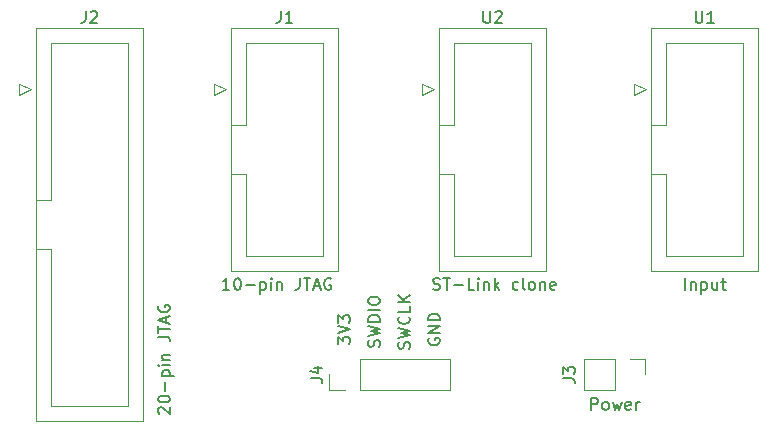
<source format=gto>
G04 #@! TF.GenerationSoftware,KiCad,Pcbnew,(5.1.10)-1*
G04 #@! TF.CreationDate,2021-11-05T12:16:12+01:00*
G04 #@! TF.ProjectId,STM_programming_ports,53544d5f-7072-46f6-9772-616d6d696e67,rev?*
G04 #@! TF.SameCoordinates,Original*
G04 #@! TF.FileFunction,Legend,Top*
G04 #@! TF.FilePolarity,Positive*
%FSLAX46Y46*%
G04 Gerber Fmt 4.6, Leading zero omitted, Abs format (unit mm)*
G04 Created by KiCad (PCBNEW (5.1.10)-1) date 2021-11-05 12:16:12*
%MOMM*%
%LPD*%
G01*
G04 APERTURE LIST*
%ADD10C,0.150000*%
%ADD11C,0.120000*%
%ADD12C,1.800000*%
%ADD13O,1.800000X1.800000*%
G04 APERTURE END LIST*
D10*
X96067619Y-76985238D02*
X96020000Y-76937619D01*
X95972380Y-76842380D01*
X95972380Y-76604285D01*
X96020000Y-76509047D01*
X96067619Y-76461428D01*
X96162857Y-76413809D01*
X96258095Y-76413809D01*
X96400952Y-76461428D01*
X96972380Y-77032857D01*
X96972380Y-76413809D01*
X95972380Y-75794761D02*
X95972380Y-75699523D01*
X96020000Y-75604285D01*
X96067619Y-75556666D01*
X96162857Y-75509047D01*
X96353333Y-75461428D01*
X96591428Y-75461428D01*
X96781904Y-75509047D01*
X96877142Y-75556666D01*
X96924761Y-75604285D01*
X96972380Y-75699523D01*
X96972380Y-75794761D01*
X96924761Y-75890000D01*
X96877142Y-75937619D01*
X96781904Y-75985238D01*
X96591428Y-76032857D01*
X96353333Y-76032857D01*
X96162857Y-75985238D01*
X96067619Y-75937619D01*
X96020000Y-75890000D01*
X95972380Y-75794761D01*
X96591428Y-75032857D02*
X96591428Y-74270952D01*
X96305714Y-73794761D02*
X97305714Y-73794761D01*
X96353333Y-73794761D02*
X96305714Y-73699523D01*
X96305714Y-73509047D01*
X96353333Y-73413809D01*
X96400952Y-73366190D01*
X96496190Y-73318571D01*
X96781904Y-73318571D01*
X96877142Y-73366190D01*
X96924761Y-73413809D01*
X96972380Y-73509047D01*
X96972380Y-73699523D01*
X96924761Y-73794761D01*
X96972380Y-72890000D02*
X96305714Y-72890000D01*
X95972380Y-72890000D02*
X96020000Y-72937619D01*
X96067619Y-72890000D01*
X96020000Y-72842380D01*
X95972380Y-72890000D01*
X96067619Y-72890000D01*
X96305714Y-72413809D02*
X96972380Y-72413809D01*
X96400952Y-72413809D02*
X96353333Y-72366190D01*
X96305714Y-72270952D01*
X96305714Y-72128095D01*
X96353333Y-72032857D01*
X96448571Y-71985238D01*
X96972380Y-71985238D01*
X95972380Y-70461428D02*
X96686666Y-70461428D01*
X96829523Y-70509047D01*
X96924761Y-70604285D01*
X96972380Y-70747142D01*
X96972380Y-70842380D01*
X95972380Y-70128095D02*
X95972380Y-69556666D01*
X96972380Y-69842380D02*
X95972380Y-69842380D01*
X96686666Y-69270952D02*
X96686666Y-68794761D01*
X96972380Y-69366190D02*
X95972380Y-69032857D01*
X96972380Y-68699523D01*
X96020000Y-67842380D02*
X95972380Y-67937619D01*
X95972380Y-68080476D01*
X96020000Y-68223333D01*
X96115238Y-68318571D01*
X96210476Y-68366190D01*
X96400952Y-68413809D01*
X96543809Y-68413809D01*
X96734285Y-68366190D01*
X96829523Y-68318571D01*
X96924761Y-68223333D01*
X96972380Y-68080476D01*
X96972380Y-67985238D01*
X96924761Y-67842380D01*
X96877142Y-67794761D01*
X96543809Y-67794761D01*
X96543809Y-67985238D01*
X102021190Y-66492380D02*
X101449761Y-66492380D01*
X101735476Y-66492380D02*
X101735476Y-65492380D01*
X101640238Y-65635238D01*
X101545000Y-65730476D01*
X101449761Y-65778095D01*
X102640238Y-65492380D02*
X102735476Y-65492380D01*
X102830714Y-65540000D01*
X102878333Y-65587619D01*
X102925952Y-65682857D01*
X102973571Y-65873333D01*
X102973571Y-66111428D01*
X102925952Y-66301904D01*
X102878333Y-66397142D01*
X102830714Y-66444761D01*
X102735476Y-66492380D01*
X102640238Y-66492380D01*
X102545000Y-66444761D01*
X102497380Y-66397142D01*
X102449761Y-66301904D01*
X102402142Y-66111428D01*
X102402142Y-65873333D01*
X102449761Y-65682857D01*
X102497380Y-65587619D01*
X102545000Y-65540000D01*
X102640238Y-65492380D01*
X103402142Y-66111428D02*
X104164047Y-66111428D01*
X104640238Y-65825714D02*
X104640238Y-66825714D01*
X104640238Y-65873333D02*
X104735476Y-65825714D01*
X104925952Y-65825714D01*
X105021190Y-65873333D01*
X105068809Y-65920952D01*
X105116428Y-66016190D01*
X105116428Y-66301904D01*
X105068809Y-66397142D01*
X105021190Y-66444761D01*
X104925952Y-66492380D01*
X104735476Y-66492380D01*
X104640238Y-66444761D01*
X105545000Y-66492380D02*
X105545000Y-65825714D01*
X105545000Y-65492380D02*
X105497380Y-65540000D01*
X105545000Y-65587619D01*
X105592619Y-65540000D01*
X105545000Y-65492380D01*
X105545000Y-65587619D01*
X106021190Y-65825714D02*
X106021190Y-66492380D01*
X106021190Y-65920952D02*
X106068809Y-65873333D01*
X106164047Y-65825714D01*
X106306904Y-65825714D01*
X106402142Y-65873333D01*
X106449761Y-65968571D01*
X106449761Y-66492380D01*
X107973571Y-65492380D02*
X107973571Y-66206666D01*
X107925952Y-66349523D01*
X107830714Y-66444761D01*
X107687857Y-66492380D01*
X107592619Y-66492380D01*
X108306904Y-65492380D02*
X108878333Y-65492380D01*
X108592619Y-66492380D02*
X108592619Y-65492380D01*
X109164047Y-66206666D02*
X109640238Y-66206666D01*
X109068809Y-66492380D02*
X109402142Y-65492380D01*
X109735476Y-66492380D01*
X110592619Y-65540000D02*
X110497380Y-65492380D01*
X110354523Y-65492380D01*
X110211666Y-65540000D01*
X110116428Y-65635238D01*
X110068809Y-65730476D01*
X110021190Y-65920952D01*
X110021190Y-66063809D01*
X110068809Y-66254285D01*
X110116428Y-66349523D01*
X110211666Y-66444761D01*
X110354523Y-66492380D01*
X110449761Y-66492380D01*
X110592619Y-66444761D01*
X110640238Y-66397142D01*
X110640238Y-66063809D01*
X110449761Y-66063809D01*
X118880000Y-70611904D02*
X118832380Y-70707142D01*
X118832380Y-70850000D01*
X118880000Y-70992857D01*
X118975238Y-71088095D01*
X119070476Y-71135714D01*
X119260952Y-71183333D01*
X119403809Y-71183333D01*
X119594285Y-71135714D01*
X119689523Y-71088095D01*
X119784761Y-70992857D01*
X119832380Y-70850000D01*
X119832380Y-70754761D01*
X119784761Y-70611904D01*
X119737142Y-70564285D01*
X119403809Y-70564285D01*
X119403809Y-70754761D01*
X119832380Y-70135714D02*
X118832380Y-70135714D01*
X119832380Y-69564285D01*
X118832380Y-69564285D01*
X119832380Y-69088095D02*
X118832380Y-69088095D01*
X118832380Y-68850000D01*
X118880000Y-68707142D01*
X118975238Y-68611904D01*
X119070476Y-68564285D01*
X119260952Y-68516666D01*
X119403809Y-68516666D01*
X119594285Y-68564285D01*
X119689523Y-68611904D01*
X119784761Y-68707142D01*
X119832380Y-68850000D01*
X119832380Y-69088095D01*
X117244761Y-71476904D02*
X117292380Y-71334047D01*
X117292380Y-71095952D01*
X117244761Y-71000714D01*
X117197142Y-70953095D01*
X117101904Y-70905476D01*
X117006666Y-70905476D01*
X116911428Y-70953095D01*
X116863809Y-71000714D01*
X116816190Y-71095952D01*
X116768571Y-71286428D01*
X116720952Y-71381666D01*
X116673333Y-71429285D01*
X116578095Y-71476904D01*
X116482857Y-71476904D01*
X116387619Y-71429285D01*
X116340000Y-71381666D01*
X116292380Y-71286428D01*
X116292380Y-71048333D01*
X116340000Y-70905476D01*
X116292380Y-70572142D02*
X117292380Y-70334047D01*
X116578095Y-70143571D01*
X117292380Y-69953095D01*
X116292380Y-69715000D01*
X117197142Y-68762619D02*
X117244761Y-68810238D01*
X117292380Y-68953095D01*
X117292380Y-69048333D01*
X117244761Y-69191190D01*
X117149523Y-69286428D01*
X117054285Y-69334047D01*
X116863809Y-69381666D01*
X116720952Y-69381666D01*
X116530476Y-69334047D01*
X116435238Y-69286428D01*
X116340000Y-69191190D01*
X116292380Y-69048333D01*
X116292380Y-68953095D01*
X116340000Y-68810238D01*
X116387619Y-68762619D01*
X117292380Y-67857857D02*
X117292380Y-68334047D01*
X116292380Y-68334047D01*
X117292380Y-67524523D02*
X116292380Y-67524523D01*
X117292380Y-66953095D02*
X116720952Y-67381666D01*
X116292380Y-66953095D02*
X116863809Y-67524523D01*
X114704761Y-71334047D02*
X114752380Y-71191190D01*
X114752380Y-70953095D01*
X114704761Y-70857857D01*
X114657142Y-70810238D01*
X114561904Y-70762619D01*
X114466666Y-70762619D01*
X114371428Y-70810238D01*
X114323809Y-70857857D01*
X114276190Y-70953095D01*
X114228571Y-71143571D01*
X114180952Y-71238809D01*
X114133333Y-71286428D01*
X114038095Y-71334047D01*
X113942857Y-71334047D01*
X113847619Y-71286428D01*
X113800000Y-71238809D01*
X113752380Y-71143571D01*
X113752380Y-70905476D01*
X113800000Y-70762619D01*
X113752380Y-70429285D02*
X114752380Y-70191190D01*
X114038095Y-70000714D01*
X114752380Y-69810238D01*
X113752380Y-69572142D01*
X114752380Y-69191190D02*
X113752380Y-69191190D01*
X113752380Y-68953095D01*
X113800000Y-68810238D01*
X113895238Y-68715000D01*
X113990476Y-68667380D01*
X114180952Y-68619761D01*
X114323809Y-68619761D01*
X114514285Y-68667380D01*
X114609523Y-68715000D01*
X114704761Y-68810238D01*
X114752380Y-68953095D01*
X114752380Y-69191190D01*
X114752380Y-68191190D02*
X113752380Y-68191190D01*
X113752380Y-67524523D02*
X113752380Y-67334047D01*
X113800000Y-67238809D01*
X113895238Y-67143571D01*
X114085714Y-67095952D01*
X114419047Y-67095952D01*
X114609523Y-67143571D01*
X114704761Y-67238809D01*
X114752380Y-67334047D01*
X114752380Y-67524523D01*
X114704761Y-67619761D01*
X114609523Y-67715000D01*
X114419047Y-67762619D01*
X114085714Y-67762619D01*
X113895238Y-67715000D01*
X113800000Y-67619761D01*
X113752380Y-67524523D01*
X111212380Y-71088095D02*
X111212380Y-70469047D01*
X111593333Y-70802380D01*
X111593333Y-70659523D01*
X111640952Y-70564285D01*
X111688571Y-70516666D01*
X111783809Y-70469047D01*
X112021904Y-70469047D01*
X112117142Y-70516666D01*
X112164761Y-70564285D01*
X112212380Y-70659523D01*
X112212380Y-70945238D01*
X112164761Y-71040476D01*
X112117142Y-71088095D01*
X111212380Y-70183333D02*
X112212380Y-69850000D01*
X111212380Y-69516666D01*
X111212380Y-69278571D02*
X111212380Y-68659523D01*
X111593333Y-68992857D01*
X111593333Y-68850000D01*
X111640952Y-68754761D01*
X111688571Y-68707142D01*
X111783809Y-68659523D01*
X112021904Y-68659523D01*
X112117142Y-68707142D01*
X112164761Y-68754761D01*
X112212380Y-68850000D01*
X112212380Y-69135714D01*
X112164761Y-69230952D01*
X112117142Y-69278571D01*
X119269523Y-66444761D02*
X119412380Y-66492380D01*
X119650476Y-66492380D01*
X119745714Y-66444761D01*
X119793333Y-66397142D01*
X119840952Y-66301904D01*
X119840952Y-66206666D01*
X119793333Y-66111428D01*
X119745714Y-66063809D01*
X119650476Y-66016190D01*
X119460000Y-65968571D01*
X119364761Y-65920952D01*
X119317142Y-65873333D01*
X119269523Y-65778095D01*
X119269523Y-65682857D01*
X119317142Y-65587619D01*
X119364761Y-65540000D01*
X119460000Y-65492380D01*
X119698095Y-65492380D01*
X119840952Y-65540000D01*
X120126666Y-65492380D02*
X120698095Y-65492380D01*
X120412380Y-66492380D02*
X120412380Y-65492380D01*
X121031428Y-66111428D02*
X121793333Y-66111428D01*
X122745714Y-66492380D02*
X122269523Y-66492380D01*
X122269523Y-65492380D01*
X123079047Y-66492380D02*
X123079047Y-65825714D01*
X123079047Y-65492380D02*
X123031428Y-65540000D01*
X123079047Y-65587619D01*
X123126666Y-65540000D01*
X123079047Y-65492380D01*
X123079047Y-65587619D01*
X123555238Y-65825714D02*
X123555238Y-66492380D01*
X123555238Y-65920952D02*
X123602857Y-65873333D01*
X123698095Y-65825714D01*
X123840952Y-65825714D01*
X123936190Y-65873333D01*
X123983809Y-65968571D01*
X123983809Y-66492380D01*
X124460000Y-66492380D02*
X124460000Y-65492380D01*
X124555238Y-66111428D02*
X124840952Y-66492380D01*
X124840952Y-65825714D02*
X124460000Y-66206666D01*
X126460000Y-66444761D02*
X126364761Y-66492380D01*
X126174285Y-66492380D01*
X126079047Y-66444761D01*
X126031428Y-66397142D01*
X125983809Y-66301904D01*
X125983809Y-66016190D01*
X126031428Y-65920952D01*
X126079047Y-65873333D01*
X126174285Y-65825714D01*
X126364761Y-65825714D01*
X126460000Y-65873333D01*
X127031428Y-66492380D02*
X126936190Y-66444761D01*
X126888571Y-66349523D01*
X126888571Y-65492380D01*
X127555238Y-66492380D02*
X127460000Y-66444761D01*
X127412380Y-66397142D01*
X127364761Y-66301904D01*
X127364761Y-66016190D01*
X127412380Y-65920952D01*
X127460000Y-65873333D01*
X127555238Y-65825714D01*
X127698095Y-65825714D01*
X127793333Y-65873333D01*
X127840952Y-65920952D01*
X127888571Y-66016190D01*
X127888571Y-66301904D01*
X127840952Y-66397142D01*
X127793333Y-66444761D01*
X127698095Y-66492380D01*
X127555238Y-66492380D01*
X128317142Y-65825714D02*
X128317142Y-66492380D01*
X128317142Y-65920952D02*
X128364761Y-65873333D01*
X128460000Y-65825714D01*
X128602857Y-65825714D01*
X128698095Y-65873333D01*
X128745714Y-65968571D01*
X128745714Y-66492380D01*
X129602857Y-66444761D02*
X129507619Y-66492380D01*
X129317142Y-66492380D01*
X129221904Y-66444761D01*
X129174285Y-66349523D01*
X129174285Y-65968571D01*
X129221904Y-65873333D01*
X129317142Y-65825714D01*
X129507619Y-65825714D01*
X129602857Y-65873333D01*
X129650476Y-65968571D01*
X129650476Y-66063809D01*
X129174285Y-66159047D01*
X132643809Y-76652380D02*
X132643809Y-75652380D01*
X133024761Y-75652380D01*
X133120000Y-75700000D01*
X133167619Y-75747619D01*
X133215238Y-75842857D01*
X133215238Y-75985714D01*
X133167619Y-76080952D01*
X133120000Y-76128571D01*
X133024761Y-76176190D01*
X132643809Y-76176190D01*
X133786666Y-76652380D02*
X133691428Y-76604761D01*
X133643809Y-76557142D01*
X133596190Y-76461904D01*
X133596190Y-76176190D01*
X133643809Y-76080952D01*
X133691428Y-76033333D01*
X133786666Y-75985714D01*
X133929523Y-75985714D01*
X134024761Y-76033333D01*
X134072380Y-76080952D01*
X134120000Y-76176190D01*
X134120000Y-76461904D01*
X134072380Y-76557142D01*
X134024761Y-76604761D01*
X133929523Y-76652380D01*
X133786666Y-76652380D01*
X134453333Y-75985714D02*
X134643809Y-76652380D01*
X134834285Y-76176190D01*
X135024761Y-76652380D01*
X135215238Y-75985714D01*
X135977142Y-76604761D02*
X135881904Y-76652380D01*
X135691428Y-76652380D01*
X135596190Y-76604761D01*
X135548571Y-76509523D01*
X135548571Y-76128571D01*
X135596190Y-76033333D01*
X135691428Y-75985714D01*
X135881904Y-75985714D01*
X135977142Y-76033333D01*
X136024761Y-76128571D01*
X136024761Y-76223809D01*
X135548571Y-76319047D01*
X136453333Y-76652380D02*
X136453333Y-75985714D01*
X136453333Y-76176190D02*
X136500952Y-76080952D01*
X136548571Y-76033333D01*
X136643809Y-75985714D01*
X136739047Y-75985714D01*
X140597142Y-66492380D02*
X140597142Y-65492380D01*
X141073333Y-65825714D02*
X141073333Y-66492380D01*
X141073333Y-65920952D02*
X141120952Y-65873333D01*
X141216190Y-65825714D01*
X141359047Y-65825714D01*
X141454285Y-65873333D01*
X141501904Y-65968571D01*
X141501904Y-66492380D01*
X141978095Y-65825714D02*
X141978095Y-66825714D01*
X141978095Y-65873333D02*
X142073333Y-65825714D01*
X142263809Y-65825714D01*
X142359047Y-65873333D01*
X142406666Y-65920952D01*
X142454285Y-66016190D01*
X142454285Y-66301904D01*
X142406666Y-66397142D01*
X142359047Y-66444761D01*
X142263809Y-66492380D01*
X142073333Y-66492380D01*
X141978095Y-66444761D01*
X143311428Y-65825714D02*
X143311428Y-66492380D01*
X142882857Y-65825714D02*
X142882857Y-66349523D01*
X142930476Y-66444761D01*
X143025714Y-66492380D01*
X143168571Y-66492380D01*
X143263809Y-66444761D01*
X143311428Y-66397142D01*
X143644761Y-65825714D02*
X144025714Y-65825714D01*
X143787619Y-65492380D02*
X143787619Y-66349523D01*
X143835238Y-66444761D01*
X143930476Y-66492380D01*
X144025714Y-66492380D01*
D11*
X119730000Y-44320000D02*
X128850000Y-44320000D01*
X128850000Y-44320000D02*
X128850000Y-64900000D01*
X128850000Y-64900000D02*
X119730000Y-64900000D01*
X119730000Y-64900000D02*
X119730000Y-44320000D01*
X119730000Y-52560000D02*
X121040000Y-52560000D01*
X121040000Y-52560000D02*
X121040000Y-45620000D01*
X121040000Y-45620000D02*
X127540000Y-45620000D01*
X127540000Y-45620000D02*
X127540000Y-63600000D01*
X127540000Y-63600000D02*
X121040000Y-63600000D01*
X121040000Y-63600000D02*
X121040000Y-56660000D01*
X121040000Y-56660000D02*
X121040000Y-56660000D01*
X121040000Y-56660000D02*
X119730000Y-56660000D01*
X119340000Y-49530000D02*
X118340000Y-49030000D01*
X118340000Y-49030000D02*
X118340000Y-50030000D01*
X118340000Y-50030000D02*
X119340000Y-49530000D01*
X137680000Y-44320000D02*
X146800000Y-44320000D01*
X146800000Y-44320000D02*
X146800000Y-64900000D01*
X146800000Y-64900000D02*
X137680000Y-64900000D01*
X137680000Y-64900000D02*
X137680000Y-44320000D01*
X137680000Y-52560000D02*
X138990000Y-52560000D01*
X138990000Y-52560000D02*
X138990000Y-45620000D01*
X138990000Y-45620000D02*
X145490000Y-45620000D01*
X145490000Y-45620000D02*
X145490000Y-63600000D01*
X145490000Y-63600000D02*
X138990000Y-63600000D01*
X138990000Y-63600000D02*
X138990000Y-56660000D01*
X138990000Y-56660000D02*
X138990000Y-56660000D01*
X138990000Y-56660000D02*
X137680000Y-56660000D01*
X137290000Y-49530000D02*
X136290000Y-49030000D01*
X136290000Y-49030000D02*
X136290000Y-50030000D01*
X136290000Y-50030000D02*
X137290000Y-49530000D01*
X120710000Y-74990000D02*
X120710000Y-72330000D01*
X113030000Y-74990000D02*
X120710000Y-74990000D01*
X113030000Y-72330000D02*
X120710000Y-72330000D01*
X113030000Y-74990000D02*
X113030000Y-72330000D01*
X111760000Y-74990000D02*
X110430000Y-74990000D01*
X110430000Y-74990000D02*
X110430000Y-73660000D01*
X132020000Y-72330000D02*
X132020000Y-74990000D01*
X134620000Y-72330000D02*
X132020000Y-72330000D01*
X134620000Y-74990000D02*
X132020000Y-74990000D01*
X134620000Y-72330000D02*
X134620000Y-74990000D01*
X135890000Y-72330000D02*
X137220000Y-72330000D01*
X137220000Y-72330000D02*
X137220000Y-73660000D01*
X85610000Y-44320000D02*
X94730000Y-44320000D01*
X94730000Y-44320000D02*
X94730000Y-77600000D01*
X94730000Y-77600000D02*
X85610000Y-77600000D01*
X85610000Y-77600000D02*
X85610000Y-44320000D01*
X85610000Y-58910000D02*
X86920000Y-58910000D01*
X86920000Y-58910000D02*
X86920000Y-45620000D01*
X86920000Y-45620000D02*
X93420000Y-45620000D01*
X93420000Y-45620000D02*
X93420000Y-76300000D01*
X93420000Y-76300000D02*
X86920000Y-76300000D01*
X86920000Y-76300000D02*
X86920000Y-63010000D01*
X86920000Y-63010000D02*
X86920000Y-63010000D01*
X86920000Y-63010000D02*
X85610000Y-63010000D01*
X85220000Y-49530000D02*
X84220000Y-49030000D01*
X84220000Y-49030000D02*
X84220000Y-50030000D01*
X84220000Y-50030000D02*
X85220000Y-49530000D01*
X102120000Y-44320000D02*
X111240000Y-44320000D01*
X111240000Y-44320000D02*
X111240000Y-64900000D01*
X111240000Y-64900000D02*
X102120000Y-64900000D01*
X102120000Y-64900000D02*
X102120000Y-44320000D01*
X102120000Y-52560000D02*
X103430000Y-52560000D01*
X103430000Y-52560000D02*
X103430000Y-45620000D01*
X103430000Y-45620000D02*
X109930000Y-45620000D01*
X109930000Y-45620000D02*
X109930000Y-63600000D01*
X109930000Y-63600000D02*
X103430000Y-63600000D01*
X103430000Y-63600000D02*
X103430000Y-56660000D01*
X103430000Y-56660000D02*
X103430000Y-56660000D01*
X103430000Y-56660000D02*
X102120000Y-56660000D01*
X101730000Y-49530000D02*
X100730000Y-49030000D01*
X100730000Y-49030000D02*
X100730000Y-50030000D01*
X100730000Y-50030000D02*
X101730000Y-49530000D01*
D10*
X123528095Y-42882380D02*
X123528095Y-43691904D01*
X123575714Y-43787142D01*
X123623333Y-43834761D01*
X123718571Y-43882380D01*
X123909047Y-43882380D01*
X124004285Y-43834761D01*
X124051904Y-43787142D01*
X124099523Y-43691904D01*
X124099523Y-42882380D01*
X124528095Y-42977619D02*
X124575714Y-42930000D01*
X124670952Y-42882380D01*
X124909047Y-42882380D01*
X125004285Y-42930000D01*
X125051904Y-42977619D01*
X125099523Y-43072857D01*
X125099523Y-43168095D01*
X125051904Y-43310952D01*
X124480476Y-43882380D01*
X125099523Y-43882380D01*
X141478095Y-42882380D02*
X141478095Y-43691904D01*
X141525714Y-43787142D01*
X141573333Y-43834761D01*
X141668571Y-43882380D01*
X141859047Y-43882380D01*
X141954285Y-43834761D01*
X142001904Y-43787142D01*
X142049523Y-43691904D01*
X142049523Y-42882380D01*
X143049523Y-43882380D02*
X142478095Y-43882380D01*
X142763809Y-43882380D02*
X142763809Y-42882380D01*
X142668571Y-43025238D01*
X142573333Y-43120476D01*
X142478095Y-43168095D01*
X108882380Y-73993333D02*
X109596666Y-73993333D01*
X109739523Y-74040952D01*
X109834761Y-74136190D01*
X109882380Y-74279047D01*
X109882380Y-74374285D01*
X109215714Y-73088571D02*
X109882380Y-73088571D01*
X108834761Y-73326666D02*
X109549047Y-73564761D01*
X109549047Y-72945714D01*
X130262380Y-73993333D02*
X130976666Y-73993333D01*
X131119523Y-74040952D01*
X131214761Y-74136190D01*
X131262380Y-74279047D01*
X131262380Y-74374285D01*
X130262380Y-73612380D02*
X130262380Y-72993333D01*
X130643333Y-73326666D01*
X130643333Y-73183809D01*
X130690952Y-73088571D01*
X130738571Y-73040952D01*
X130833809Y-72993333D01*
X131071904Y-72993333D01*
X131167142Y-73040952D01*
X131214761Y-73088571D01*
X131262380Y-73183809D01*
X131262380Y-73469523D01*
X131214761Y-73564761D01*
X131167142Y-73612380D01*
X89836666Y-42882380D02*
X89836666Y-43596666D01*
X89789047Y-43739523D01*
X89693809Y-43834761D01*
X89550952Y-43882380D01*
X89455714Y-43882380D01*
X90265238Y-42977619D02*
X90312857Y-42930000D01*
X90408095Y-42882380D01*
X90646190Y-42882380D01*
X90741428Y-42930000D01*
X90789047Y-42977619D01*
X90836666Y-43072857D01*
X90836666Y-43168095D01*
X90789047Y-43310952D01*
X90217619Y-43882380D01*
X90836666Y-43882380D01*
X106346666Y-42882380D02*
X106346666Y-43596666D01*
X106299047Y-43739523D01*
X106203809Y-43834761D01*
X106060952Y-43882380D01*
X105965714Y-43882380D01*
X107346666Y-43882380D02*
X106775238Y-43882380D01*
X107060952Y-43882380D02*
X107060952Y-42882380D01*
X106965714Y-43025238D01*
X106870476Y-43120476D01*
X106775238Y-43168095D01*
%LPC*%
D12*
X125560000Y-59690000D03*
X125560000Y-57150000D03*
X125560000Y-54610000D03*
X125560000Y-52070000D03*
X125560000Y-49530000D03*
X123020000Y-59690000D03*
X123020000Y-57150000D03*
X123020000Y-54610000D03*
X123020000Y-52070000D03*
G36*
G01*
X122120000Y-50165295D02*
X122120000Y-48894705D01*
G75*
G02*
X122384705Y-48630000I264705J0D01*
G01*
X123655295Y-48630000D01*
G75*
G02*
X123920000Y-48894705I0J-264705D01*
G01*
X123920000Y-50165295D01*
G75*
G02*
X123655295Y-50430000I-264705J0D01*
G01*
X122384705Y-50430000D01*
G75*
G02*
X122120000Y-50165295I0J264705D01*
G01*
G37*
X143510000Y-59690000D03*
X143510000Y-57150000D03*
X143510000Y-54610000D03*
X143510000Y-52070000D03*
X143510000Y-49530000D03*
X140970000Y-59690000D03*
X140970000Y-57150000D03*
X140970000Y-54610000D03*
X140970000Y-52070000D03*
G36*
G01*
X140070000Y-50165295D02*
X140070000Y-48894705D01*
G75*
G02*
X140334705Y-48630000I264705J0D01*
G01*
X141605295Y-48630000D01*
G75*
G02*
X141870000Y-48894705I0J-264705D01*
G01*
X141870000Y-50165295D01*
G75*
G02*
X141605295Y-50430000I-264705J0D01*
G01*
X140334705Y-50430000D01*
G75*
G02*
X140070000Y-50165295I0J264705D01*
G01*
G37*
D13*
X119380000Y-73660000D03*
X116840000Y-73660000D03*
X114300000Y-73660000D03*
G36*
G01*
X112610000Y-74560000D02*
X110910000Y-74560000D01*
G75*
G02*
X110860000Y-74510000I0J50000D01*
G01*
X110860000Y-72810000D01*
G75*
G02*
X110910000Y-72760000I50000J0D01*
G01*
X112610000Y-72760000D01*
G75*
G02*
X112660000Y-72810000I0J-50000D01*
G01*
X112660000Y-74510000D01*
G75*
G02*
X112610000Y-74560000I-50000J0D01*
G01*
G37*
X133350000Y-73660000D03*
G36*
G01*
X135040000Y-72760000D02*
X136740000Y-72760000D01*
G75*
G02*
X136790000Y-72810000I0J-50000D01*
G01*
X136790000Y-74510000D01*
G75*
G02*
X136740000Y-74560000I-50000J0D01*
G01*
X135040000Y-74560000D01*
G75*
G02*
X134990000Y-74510000I0J50000D01*
G01*
X134990000Y-72810000D01*
G75*
G02*
X135040000Y-72760000I50000J0D01*
G01*
G37*
D12*
X91440000Y-72390000D03*
X91440000Y-69850000D03*
X91440000Y-67310000D03*
X91440000Y-64770000D03*
X91440000Y-62230000D03*
X91440000Y-59690000D03*
X91440000Y-57150000D03*
X91440000Y-54610000D03*
X91440000Y-52070000D03*
X91440000Y-49530000D03*
X88900000Y-72390000D03*
X88900000Y-69850000D03*
X88900000Y-67310000D03*
X88900000Y-64770000D03*
X88900000Y-62230000D03*
X88900000Y-59690000D03*
X88900000Y-57150000D03*
X88900000Y-54610000D03*
X88900000Y-52070000D03*
G36*
G01*
X88000000Y-50165295D02*
X88000000Y-48894705D01*
G75*
G02*
X88264705Y-48630000I264705J0D01*
G01*
X89535295Y-48630000D01*
G75*
G02*
X89800000Y-48894705I0J-264705D01*
G01*
X89800000Y-50165295D01*
G75*
G02*
X89535295Y-50430000I-264705J0D01*
G01*
X88264705Y-50430000D01*
G75*
G02*
X88000000Y-50165295I0J264705D01*
G01*
G37*
X107950000Y-59690000D03*
X107950000Y-57150000D03*
X107950000Y-54610000D03*
X107950000Y-52070000D03*
X107950000Y-49530000D03*
X105410000Y-59690000D03*
X105410000Y-57150000D03*
X105410000Y-54610000D03*
X105410000Y-52070000D03*
G36*
G01*
X104510000Y-50165295D02*
X104510000Y-48894705D01*
G75*
G02*
X104774705Y-48630000I264705J0D01*
G01*
X106045295Y-48630000D01*
G75*
G02*
X106310000Y-48894705I0J-264705D01*
G01*
X106310000Y-50165295D01*
G75*
G02*
X106045295Y-50430000I-264705J0D01*
G01*
X104774705Y-50430000D01*
G75*
G02*
X104510000Y-50165295I0J264705D01*
G01*
G37*
M02*

</source>
